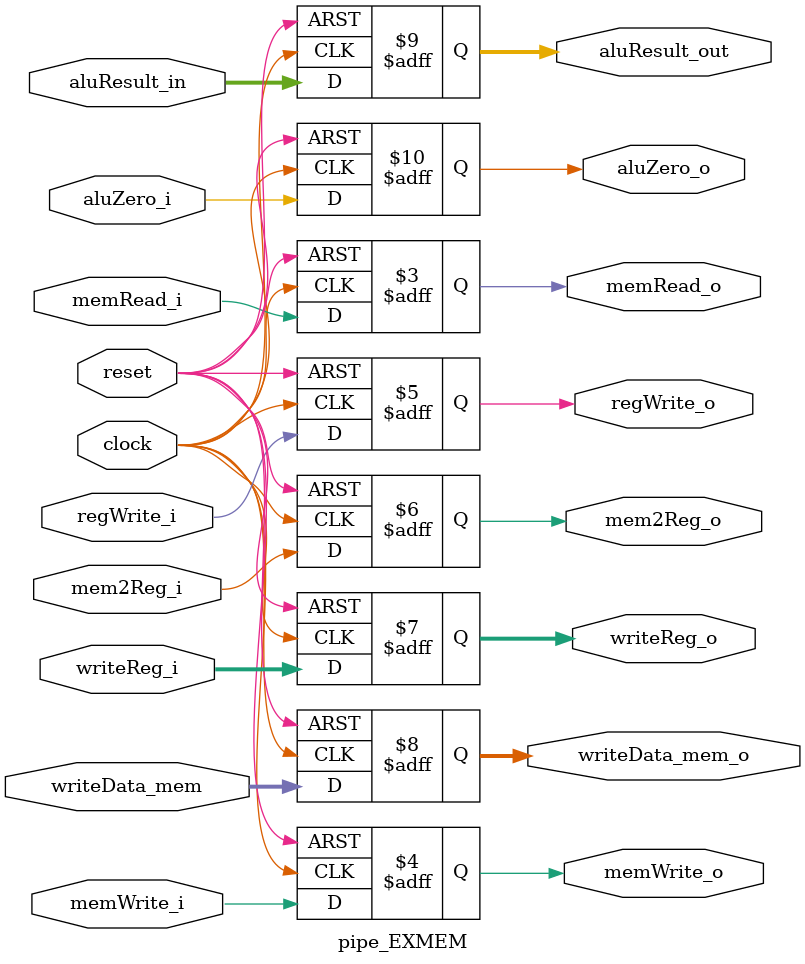
<source format=v>
module pipe_EXMEM
   #(
      parameter DATA_WIDTH            = 64,
      parameter REGFILE_ADDRESS_WIDTH = 3
   ) 
   (
      input                         clock, reset   ,
      input                         memRead_i      ,
      input                         memWrite_i     ,
      input                         regWrite_i     ,
      input                         mem2Reg_i      ,
      input      [4:0]              writeReg_i     ,
      input      [DATA_WIDTH-1 : 0] writeData_mem  ,
      input      [DATA_WIDTH-1 : 0] aluResult_in   ,
      input                         aluZero_i      ,

      output reg                    memRead_o      ,
      output reg                    memWrite_o     ,
      output reg                    regWrite_o     ,
      output reg                    mem2Reg_o      ,
      output reg [4:0]              writeReg_o     ,
      output reg [DATA_WIDTH-1 : 0] writeData_mem_o,
      output reg [DATA_WIDTH-1 : 0] aluResult_out  ,
      output reg                    aluZero_o       
   );

   always @(posedge clock or negedge reset)
   begin
      if (!reset)
		begin
         memRead_o       <= 'd0;
         memWrite_o      <= 'd0;
         regWrite_o      <= 'd0;
         mem2Reg_o       <= 'd0;
         writeReg_o      <= 'd0;
         writeData_mem_o <= 'd0;
         aluResult_out   <= 'd0;
         aluZero_o       <= 'd0;
      end 
      else //if (enable)
      begin
         memRead_o       <= memRead_i    ;
         memWrite_o      <= memWrite_i   ;
         regWrite_o      <= regWrite_i   ;
         mem2Reg_o       <= mem2Reg_i    ;
         writeReg_o      <= writeReg_i   ;
         writeData_mem_o <= writeData_mem;
         aluResult_out   <= aluResult_in ;
         aluZero_o       <= aluZero_i    ;
      end
   end
   
endmodule

</source>
